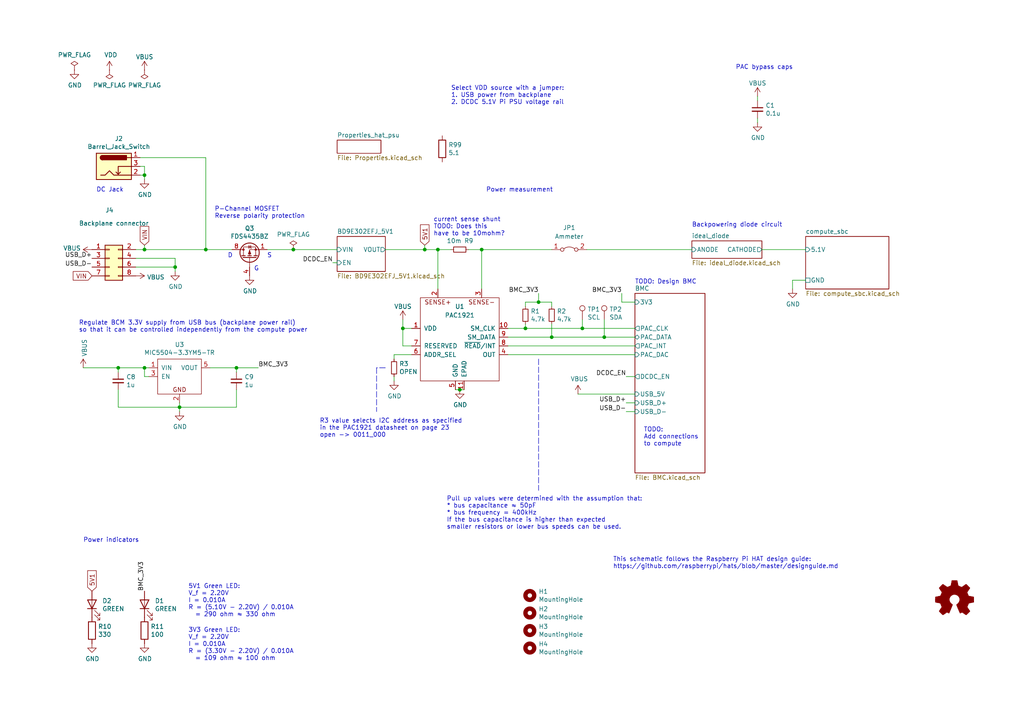
<source format=kicad_sch>
(kicad_sch (version 20211123) (generator eeschema)
  (paper "A4")
  (title_block (title "Compute unit HAT attachment") (date "2021-06-13") (rev "0.1.1") (company "Racklet") (comment 1 "https://racklet.io") (comment 2 "https://github.com/racklet/racklet") (comment 4 "Author: Verneri Hirvonen"))
  (lib_symbols
    (symbol "Connector:Barrel_Jack_Switch" (pin_names hide)
      (property "Reference" "J" (at 0 5.334 0))
      (property "Value" "Barrel_Jack_Switch" (at 0 -5.08 0))
      (symbol "Barrel_Jack_Switch_0_1"
        (rectangle (start -5.08 3.81) (end 5.08 -3.81) (stroke (width 0.254)) (fill (type background)))
        (arc (start -3.302 3.175) (mid -3.937 2.54) (end -3.302 1.905) (stroke (width 0.254)))
        (arc (start -3.302 3.175) (mid -3.937 2.54) (end -3.302 1.905) (stroke (width 0.254)) (fill (type outline)))
        (polyline (pts (xy 1.27 -2.286) (xy 1.905 -1.651)) (stroke (width 0.254)))
        (polyline (pts (xy 5.08 2.54) (xy 3.81 2.54)) (stroke (width 0.254)))
        (polyline (pts (xy 5.08 0) (xy 1.27 0) (xy 1.27 -2.286) (xy 0.635 -1.651)) (stroke (width 0.254)))
        (polyline (pts (xy -3.81 -2.54) (xy -2.54 -2.54) (xy -1.27 -1.27) (xy 0 -2.54) (xy 2.54 -2.54) (xy 5.08 -2.54)) (stroke (width 0.254)))
        (rectangle (start 3.683 3.175) (end -3.302 1.905) (stroke (width 0.254)) (fill (type outline)))
      )
      (symbol "Barrel_Jack_Switch_1_1"
        (pin passive line (at 7.62 2.54 180) (length 2.54) (name "~") (number "1"))
        (pin passive line (at 7.62 -2.54 180) (length 2.54) (name "~") (number "2"))
        (pin passive line (at 7.62 0 180) (length 2.54) (name "~") (number "3"))
      )
    )
    (symbol "Connector:TestPoint" (pin_numbers hide) (pin_names (offset 0.762) hide)
      (property "Reference" "TP" (at 0 6.858 0))
      (property "Value" "TestPoint" (at 0 5.08 0))
      (symbol "TestPoint_0_1"
        (circle (center 0 3.302) (radius 0.762))
      )
      (symbol "TestPoint_1_1"
        (pin passive line (at 0 0 90) (length 2.54) (name "1") (number "1"))
      )
    )
    (symbol "Connector_Generic:Conn_02x04_Odd_Even" (pin_names (offset 1.016) hide)
      (property "Reference" "J" (at 1.27 5.08 0))
      (property "Value" "Conn_02x04_Odd_Even" (at 1.27 -7.62 0))
      (symbol "Conn_02x04_Odd_Even_1_1"
        (rectangle (start -1.27 -4.953) (end 0 -5.207) (stroke (width 0.1524)))
        (rectangle (start -1.27 -2.413) (end 0 -2.667) (stroke (width 0.1524)))
        (rectangle (start -1.27 0.127) (end 0 -0.127) (stroke (width 0.1524)))
        (rectangle (start -1.27 2.667) (end 0 2.413) (stroke (width 0.1524)))
        (rectangle (start -1.27 3.81) (end 3.81 -6.35) (stroke (width 0.254)) (fill (type background)))
        (rectangle (start 3.81 -4.953) (end 2.54 -5.207) (stroke (width 0.1524)))
        (rectangle (start 3.81 -2.413) (end 2.54 -2.667) (stroke (width 0.1524)))
        (rectangle (start 3.81 0.127) (end 2.54 -0.127) (stroke (width 0.1524)))
        (rectangle (start 3.81 2.667) (end 2.54 2.413) (stroke (width 0.1524)))
        (pin passive line (at -5.08 2.54 0) (length 3.81) (name "Pin_1") (number "1"))
        (pin passive line (at 7.62 2.54 180) (length 3.81) (name "Pin_2") (number "2"))
        (pin passive line (at -5.08 0 0) (length 3.81) (name "Pin_3") (number "3"))
        (pin passive line (at 7.62 0 180) (length 3.81) (name "Pin_4") (number "4"))
        (pin passive line (at -5.08 -2.54 0) (length 3.81) (name "Pin_5") (number "5"))
        (pin passive line (at 7.62 -2.54 180) (length 3.81) (name "Pin_6") (number "6"))
        (pin passive line (at -5.08 -5.08 0) (length 3.81) (name "Pin_7") (number "7"))
        (pin passive line (at 7.62 -5.08 180) (length 3.81) (name "Pin_8") (number "8"))
      )
    )
    (symbol "Device:C_Small" (pin_numbers hide) (pin_names (offset 0.254) hide)
      (property "Reference" "C" (at 0.254 1.778 0))
      (property "Value" "C_Small" (at 0.254 -2.032 0))
      (symbol "C_Small_0_1"
        (polyline (pts (xy -1.524 -0.508) (xy 1.524 -0.508)) (stroke (width 0.3302)))
        (polyline (pts (xy -1.524 0.508) (xy 1.524 0.508)) (stroke (width 0.3048)))
      )
      (symbol "C_Small_1_1"
        (pin passive line (at 0 2.54 270) (length 2.032) (name "~") (number "1"))
        (pin passive line (at 0 -2.54 90) (length 2.032) (name "~") (number "2"))
      )
    )
    (symbol "Device:LED" (pin_numbers hide) (pin_names (offset 1.016) hide)
      (property "Reference" "D" (at 0 2.54 0))
      (property "Value" "LED" (at 0 -2.54 0))
      (symbol "LED_0_1"
        (polyline (pts (xy -1.27 -1.27) (xy -1.27 1.27)) (stroke (width 0.254)))
        (polyline (pts (xy -1.27 0) (xy 1.27 0)))
        (polyline (pts (xy 1.27 -1.27) (xy 1.27 1.27) (xy -1.27 0) (xy 1.27 -1.27)) (stroke (width 0.254)))
        (polyline (pts (xy -3.048 -0.762) (xy -4.572 -2.286) (xy -3.81 -2.286) (xy -4.572 -2.286) (xy -4.572 -1.524)))
        (polyline (pts (xy -1.778 -0.762) (xy -3.302 -2.286) (xy -2.54 -2.286) (xy -3.302 -2.286) (xy -3.302 -1.524)))
      )
      (symbol "LED_1_1"
        (pin passive line (at -3.81 0 0) (length 2.54) (name "K") (number "1"))
        (pin passive line (at 3.81 0 180) (length 2.54) (name "A") (number "2"))
      )
    )
    (symbol "Device:R" (pin_numbers hide) (pin_names (offset 0))
      (property "Reference" "R" (at 2.032 0 90))
      (property "Value" "R" (at 0 0 90))
      (symbol "R_0_1"
        (rectangle (start -1.016 -2.54) (end 1.016 2.54) (stroke (width 0.254)))
      )
      (symbol "R_1_1"
        (pin passive line (at 0 3.81 270) (length 1.27) (name "~") (number "1"))
        (pin passive line (at 0 -3.81 90) (length 1.27) (name "~") (number "2"))
      )
    )
    (symbol "Device:R_Small" (pin_numbers hide) (pin_names (offset 0.254) hide)
      (property "Reference" "R" (at 0.762 0.508 0))
      (property "Value" "R_Small" (at 0.762 -1.016 0))
      (symbol "R_Small_0_1"
        (rectangle (start -0.762 1.778) (end 0.762 -1.778) (stroke (width 0.2032)))
      )
      (symbol "R_Small_1_1"
        (pin passive line (at 0 2.54 270) (length 0.762) (name "~") (number "1"))
        (pin passive line (at 0 -2.54 90) (length 0.762) (name "~") (number "2"))
      )
    )
    (symbol "Graphic:Logo_Open_Hardware_Small" (pin_names (offset 1.016))
      (symbol "Logo_Open_Hardware_Small_0_1"
        (polyline (pts (xy 3.3528 -4.3434) (xy 3.302 -4.318) (xy 3.175 -4.2418) (xy 2.9972 -4.1148) (xy 2.7686 -3.9624) (xy 2.54 -3.81) (xy 2.3622 -3.7084) (xy 2.2352 -3.6068) (xy 2.1844 -3.5814) (xy 2.159 -3.6068) (xy 2.0574 -3.6576) (xy 1.905 -3.7338) (xy 1.8034 -3.7846) (xy 1.6764 -3.8354) (xy 1.6002 -3.8354) (xy 1.6002 -3.8354) (xy 1.5494 -3.7338) (xy 1.4732 -3.5306) (xy 1.3462 -3.302) (xy 1.2446 -3.0226) (xy 1.1176 -2.7178) (xy 0.9652 -2.413) (xy 0.8636 -2.1082) (xy 0.7366 -1.8288) (xy 0.6604 -1.6256) (xy 0.6096 -1.4732) (xy 0.5842 -1.397) (xy 0.5842 -1.397) (xy 0.6604 -1.3208) (xy 0.7874 -1.2446) (xy 1.0414 -1.016) (xy 1.2954 -0.6858) (xy 1.4478 -0.3302) (xy 1.524 0.0762) (xy 1.4732 0.4572) (xy 1.3208 0.8128) (xy 1.0668 1.143) (xy 0.762 1.3716) (xy 0.4064 1.524) (xy 0 1.5748) (xy -0.381 1.5494) (xy -0.7366 1.397) (xy -1.0668 1.143) (xy -1.2192 0.9906) (xy -1.397 0.6604) (xy -1.524 0.3048) (xy -1.524 0.2286) (xy -1.4986 -0.1778) (xy -1.397 -0.5334) (xy -1.1938 -0.8636) (xy -0.9144 -1.143) (xy -0.8636 -1.1684) (xy -0.7366 -1.27) (xy -0.635 -1.3462) (xy -0.5842 -1.397) (xy -1.0668 -2.5908) (xy -1.143 -2.794) (xy -1.2954 -3.1242) (xy -1.397 -3.4036) (xy -1.4986 -3.6322) (xy -1.5748 -3.7846) (xy -1.6002 -3.8354) (xy -1.6002 -3.8354) (xy -1.651 -3.8354) (xy -1.7272 -3.81) (xy -1.905 -3.7338) (xy -2.0066 -3.683) (xy -2.1336 -3.6068) (xy -2.2098 -3.5814) (xy -2.2606 -3.6068) (xy -2.3622 -3.683) (xy -2.54 -3.81) (xy -2.7686 -3.9624) (xy -2.9718 -4.0894) (xy -3.1496 -4.2164) (xy -3.302 -4.318) (xy -3.3528 -4.3434) (xy -3.3782 -4.3434) (xy -3.429 -4.318) (xy -3.5306 -4.2164) (xy -3.7084 -4.064) (xy -3.937 -3.8354) (xy -3.9624 -3.81) (xy -4.1656 -3.6068) (xy -4.318 -3.4544) (xy -4.4196 -3.3274) (xy -4.445 -3.2766) (xy -4.445 -3.2766) (xy -4.4196 -3.2258) (xy -4.318 -3.0734) (xy -4.2164 -2.8956) (xy -4.064 -2.667) (xy -3.6576 -2.0828) (xy -3.8862 -1.5494) (xy -3.937 -1.3716) (xy -4.0386 -1.1684) (xy -4.0894 -1.0414) (xy -4.1148 -0.9652) (xy -4.191 -0.9398) (xy -4.318 -0.9144) (xy -4.5466 -0.8636) (xy -4.8006 -0.8128) (xy -5.0546 -0.7874) (xy -5.2578 -0.7366) (xy -5.4356 -0.7112) (xy -5.5118 -0.6858) (xy -5.5118 -0.6858) (xy -5.5372 -0.635) (xy -5.5372 -0.5588) (xy -5.5372 -0.4318) (xy -5.5626 -0.2286) (xy -5.5626 0.0762) (xy -5.5626 0.127) (xy -5.5372 0.4064) (xy -5.5372 0.635) (xy -5.5372 0.762) (xy -5.5372 0.8382) (xy -5.5372 0.8382) (xy -5.461 0.8382) (xy -5.3086 0.889) (xy -5.08 0.9144) (xy -4.826 0.9652) (xy -4.8006 0.9906) (xy -4.5466 1.0414) (xy -4.318 1.0668) (xy -4.1656 1.1176) (xy -4.0894 1.143) (xy -4.0894 1.143) (xy -4.0386 1.2446) (xy -3.9624 1.4224) (xy -3.8608 1.6256) (xy -3.7846 1.8288) (xy -3.7084 2.0066) (xy -3.6576 2.159) (xy -3.6322 2.2098) (xy -3.6322 2.2098) (xy -3.683 2.286) (xy -3.7592 2.413) (xy -3.8862 2.5908) (xy -4.064 2.8194) (xy -4.064 2.8448) (xy -4.2164 3.0734) (xy -4.3434 3.2512) (xy -4.4196 3.3782) (xy -4.445 3.4544) (xy -4.445 3.4544) (xy -4.3942 3.5052) (xy -4.2926 3.6322) (xy -4.1148 3.81) (xy -3.937 4.0132) (xy -3.8608 4.064) (xy -3.6576 4.2926) (xy -3.5052 4.4196) (xy -3.4036 4.4958) (xy -3.3528 4.5212) (xy -3.3528 4.5212) (xy -3.302 4.4704) (xy -3.1496 4.3688) (xy -2.9718 4.2418) (xy -2.7432 4.0894) (xy -2.7178 4.0894) (xy -2.4892 3.937) (xy -2.3114 3.81) (xy -2.1844 3.7084) (xy -2.1336 3.683) (xy -2.1082 3.683) (xy -2.032 3.7084) (xy -1.8542 3.7592) (xy -1.6764 3.8354) (xy -1.4732 3.937) (xy -1.27 4.0132) (xy -1.143 4.064) (xy -1.0668 4.1148) (xy -1.0668 4.1148) (xy -1.0414 4.191) (xy -1.016 4.3434) (xy -0.9652 4.572) (xy -0.9144 4.8514) (xy -0.889 4.9022) (xy -0.8382 5.1562) (xy -0.8128 5.3848) (xy -0.7874 5.5372) (xy -0.762 5.588) (xy -0.7112 5.6134) (xy -0.5842 5.6134) (xy -0.4064 5.6134) (xy -0.1524 5.6134) (xy 0.0762 5.6134) (xy 0.3302 5.6134) (xy 0.5334 5.6134) (xy 0.6858 5.588) (xy 0.7366 5.588) (xy 0.7366 5.588) (xy 0.762 5.5118) (xy 0.8128 5.334) (xy 0.8382 5.1054) (xy 0.9144 4.826) (xy 0.9144 4.7752) (xy 0.9652 4.5212) (xy 1.016 4.2926) (xy 1.0414 4.1402) (xy 1.0668 4.0894) (xy 1.0668 4.0894) (xy 1.1938 4.0386) (xy 1.3716 3.9624) (xy 1.5748 3.8608) (xy 2.0828 3.6576) (xy 2.7178 4.0894) (xy 2.7686 4.1402) (xy 2.9972 4.2926) (xy 3.175 4.4196) (xy 3.302 4.4958) (xy 3.3782 4.5212) (xy 3.3782 4.5212) (xy 3.429 4.4704) (xy 3.556 4.3434) (xy 3.7338 4.191) (xy 3.9116 3.9878) (xy 4.064 3.8354) (xy 4.2418 3.6576) (xy 4.3434 3.556) (xy 4.4196 3.4798) (xy 4.4196 3.429) (xy 4.4196 3.4036) (xy 4.3942 3.3274) (xy 4.2926 3.2004) (xy 4.1656 2.9972) (xy 4.0132 2.794) (xy 3.8862 2.5908) (xy 3.7592 2.3876) (xy 3.6576 2.2352) (xy 3.6322 2.159) (xy 3.6322 2.1336) (xy 3.683 2.0066) (xy 3.7592 1.8288) (xy 3.8608 1.6002) (xy 4.064 1.1176) (xy 4.3942 1.0414) (xy 4.5974 1.016) (xy 4.8768 0.9652) (xy 5.1308 0.9144) (xy 5.5372 0.8382) (xy 5.5626 -0.6604) (xy 5.4864 -0.6858) (xy 5.4356 -0.6858) (xy 5.2832 -0.7366) (xy 5.0546 -0.762) (xy 4.8006 -0.8128) (xy 4.5974 -0.8636) (xy 4.3688 -0.9144) (xy 4.2164 -0.9398) (xy 4.1402 -0.9398) (xy 4.1148 -0.9652) (xy 4.064 -1.0668) (xy 3.9878 -1.2446) (xy 3.9116 -1.4478) (xy 3.81 -1.651) (xy 3.7338 -1.8542) (xy 3.683 -2.0066) (xy 3.6576 -2.0828) (xy 3.683 -2.1336) (xy 3.7846 -2.2606) (xy 3.8862 -2.4638) (xy 4.0386 -2.667) (xy 4.191 -2.8956) (xy 4.318 -3.0734) (xy 4.3942 -3.2004) (xy 4.445 -3.2766) (xy 4.4196 -3.3274) (xy 4.3434 -3.429) (xy 4.1656 -3.5814) (xy 3.937 -3.8354) (xy 3.8862 -3.8608) (xy 3.683 -4.064) (xy 3.5306 -4.2164) (xy 3.4036 -4.318) (xy 3.3528 -4.3434)) (fill (type outline)))
      )
    )
    (symbol "Jumper:Jumper_2_Bridged" (pin_names (offset 0) hide)
      (property "Reference" "JP" (at 0 1.905 0))
      (property "Value" "Jumper_2_Bridged" (at 0 -2.54 0))
      (symbol "Jumper_2_Bridged_0_0"
        (circle (center -2.032 0) (radius 0.508))
        (circle (center 2.032 0) (radius 0.508))
      )
      (symbol "Jumper_2_Bridged_0_1"
        (arc (start 1.524 0.254) (mid 0 0.762) (end -1.524 0.254))
      )
      (symbol "Jumper_2_Bridged_1_1"
        (pin passive line (at -5.08 0 0) (length 2.54) (name "A") (number "1"))
        (pin passive line (at 5.08 0 180) (length 2.54) (name "B") (number "2"))
      )
    )
    (symbol "Mechanical:MountingHole" (pin_names (offset 1.016))
      (property "Reference" "H" (at 0 5.08 0))
      (property "Value" "MountingHole" (at 0 3.175 0))
      (symbol "MountingHole_0_1"
        (circle (center 0 0) (radius 1.27) (stroke (width 1.27)))
      )
    )
    (symbol "Transistor_FET:FDS9435A" (pin_names hide)
      (property "Reference" "Q" (at 5.08 1.905 0))
      (property "Value" "FDS9435A" (at 5.08 0 0))
      (symbol "FDS9435A_0_1"
        (polyline (pts (xy 0.254 0) (xy -2.54 0)))
        (polyline (pts (xy 0.254 1.905) (xy 0.254 -1.905)) (stroke (width 0.254)))
        (polyline (pts (xy 0.762 -1.27) (xy 0.762 -2.286)) (stroke (width 0.254)))
        (polyline (pts (xy 0.762 0.508) (xy 0.762 -0.508)) (stroke (width 0.254)))
        (polyline (pts (xy 0.762 2.286) (xy 0.762 1.27)) (stroke (width 0.254)))
        (polyline (pts (xy 2.54 2.54) (xy 2.54 1.778)))
        (polyline (pts (xy 2.54 -2.54) (xy 2.54 0) (xy 0.762 0)))
        (polyline (pts (xy 0.762 1.778) (xy 3.302 1.778) (xy 3.302 -1.778) (xy 0.762 -1.778)))
        (polyline (pts (xy 2.286 0) (xy 1.27 0.381) (xy 1.27 -0.381) (xy 2.286 0)) (fill (type outline)))
        (polyline (pts (xy 2.794 -0.508) (xy 2.921 -0.381) (xy 3.683 -0.381) (xy 3.81 -0.254)))
        (polyline (pts (xy 3.302 -0.381) (xy 2.921 0.254) (xy 3.683 0.254) (xy 3.302 -0.381)))
        (circle (center 1.651 0) (radius 2.794) (stroke (width 0.254)))
        (circle (center 2.54 -1.778) (radius 0.254) (fill (type outline)))
        (circle (center 2.54 1.778) (radius 0.254) (fill (type outline)))
      )
      (symbol "FDS9435A_1_1"
        (pin passive line (at 2.54 -5.08 90) (length 2.54) (name "S") (number "1"))
        (pin passive line (at 2.54 -5.08 90) (length 2.54) hide (name "S") (number "2"))
        (pin passive line (at 2.54 -5.08 90) (length 2.54) hide (name "S") (number "3"))
        (pin passive line (at -5.08 0 0) (length 2.54) (name "G") (number "4"))
        (pin passive line (at 2.54 5.08 270) (length 2.54) hide (name "D") (number "5"))
        (pin passive line (at 2.54 5.08 270) (length 2.54) hide (name "D") (number "6"))
        (pin passive line (at 2.54 5.08 270) (length 2.54) hide (name "D") (number "7"))
        (pin passive line (at 2.54 5.08 270) (length 2.54) (name "D") (number "8"))
      )
    )
    (symbol "power:GND" (power) (pin_names (offset 0))
      (property "Value" "GND" (at 0 -3.81 0))
      (symbol "GND_0_1"
        (polyline (pts (xy 0 0) (xy 0 -1.27) (xy 1.27 -1.27) (xy 0 -2.54) (xy -1.27 -1.27) (xy 0 -1.27)))
      )
      (symbol "GND_1_1"
        (pin power_in line (at 0 0 270) (length 0) hide (name "GND") (number "1"))
      )
    )
    (symbol "power:PWR_FLAG" (power) (pin_numbers hide) (pin_names (offset 0) hide)
      (property "Value" "PWR_FLAG" (at 0 3.81 0))
      (symbol "PWR_FLAG_0_0"
        (pin power_out line (at 0 0 90) (length 0) (name "pwr") (number "1"))
      )
      (symbol "PWR_FLAG_0_1"
        (polyline (pts (xy 0 0) (xy 0 1.27) (xy -1.016 1.905) (xy 0 2.54) (xy 1.016 1.905) (xy 0 1.27)))
      )
    )
    (symbol "power:VBUS" (power) (pin_names (offset 0))
      (property "Value" "VBUS" (at 0 3.81 0))
      (symbol "VBUS_0_1"
        (polyline (pts (xy -0.762 1.27) (xy 0 2.54)))
        (polyline (pts (xy 0 0) (xy 0 2.54)))
        (polyline (pts (xy 0 2.54) (xy 0.762 1.27)))
      )
      (symbol "VBUS_1_1"
        (pin power_in line (at 0 0 90) (length 0) hide (name "VBUS") (number "1"))
      )
    )
    (symbol "power:VDD" (power) (pin_names (offset 0))
      (property "Value" "VDD" (at 0 3.81 0))
      (symbol "VDD_0_1"
        (polyline (pts (xy -0.762 1.27) (xy 0 2.54)))
        (polyline (pts (xy 0 0) (xy 0 2.54)))
        (polyline (pts (xy 0 2.54) (xy 0.762 1.27)))
      )
      (symbol "VDD_1_1"
        (pin power_in line (at 0 0 90) (length 0) hide (name "VDD") (number "1"))
      )
    )
    (symbol "racklet:MIC5504-3.3YM5-TR" (pin_names (offset 1.016))
      (property "Reference" "U" (at 0 8.89 0))
      (property "Value" "MIC5504-3.3YM5-TR" (at 0 6.35 0))
      (symbol "MIC5504-3.3YM5-TR_0_0"
        (rectangle (start -6.35 5.08) (end 6.35 -5.08))
        (text "GND" (at 0 -3.81 0) (effects (font (size 1.27 1.27))))
      )
      (symbol "MIC5504-3.3YM5-TR_1_1"
        (pin power_in line (at -8.89 2.54 0) (length 2.54) (name "VIN") (number "1"))
        (pin power_in line (at 0 -7.62 90) (length 2.54) (name "~") (number "2"))
        (pin input line (at -8.89 0 0) (length 2.54) (name "EN") (number "3"))
        (pin no_connect line (at 8.89 0 180) (length 2.54) hide (name "NC") (number "4"))
        (pin power_out line (at 8.89 2.54 180) (length 2.54) (name "VOUT") (number "5"))
      )
    )
    (symbol "racklet:PAC1921" (pin_names (offset 1.016))
      (property "Reference" "U" (at 7.62 22.86 0))
      (property "Value" "PAC1921" (at 0 7.62 0))
      (symbol "PAC1921_0_0"
        (text "SENSE+" (at -6.35 11.43 0) (effects (font (size 1.27 1.27))))
        (text "SENSE-" (at 6.35 11.43 0) (effects (font (size 1.27 1.27))))
      )
      (symbol "PAC1921_0_1"
        (rectangle (start -11.43 12.7) (end 11.43 -11.43))
      )
      (symbol "PAC1921_1_1"
        (pin power_in line (at -13.97 3.81 0) (length 2.54) (name "VDD") (number "1"))
        (pin passive line (at 13.97 3.81 180) (length 2.54) (name "SM_CLK") (number "10"))
        (pin passive line (at 1.27 -13.97 90) (length 2.54) (name "EPAD") (number "11"))
        (pin passive line (at -6.35 15.24 270) (length 2.54) (name "~") (number "2"))
        (pin passive line (at 6.35 15.24 270) (length 2.54) (name "~") (number "3"))
        (pin output line (at 13.97 -3.81 180) (length 2.54) (name "OUT") (number "4"))
        (pin power_in line (at -1.27 -13.97 90) (length 2.54) (name "GND") (number "5"))
        (pin passive line (at -13.97 -3.81 0) (length 2.54) (name "ADDR_SEL") (number "6"))
        (pin passive line (at -13.97 -1.27 0) (length 2.54) (name "RESERVED") (number "7"))
        (pin input line (at 13.97 -1.27 180) (length 2.54) (name "~{READ}/INT") (number "8"))
        (pin passive line (at 13.97 1.27 180) (length 2.54) (name "SM_DATA") (number "9"))
      )
    )
  )
  (junction (at 41.91 106.68))
  (junction (at 116.84 95.25))
  (junction (at 52.07 118.11))
  (junction (at 127 72.39))
  (junction (at 139.7 72.39))
  (junction (at 123.19 72.39))
  (junction (at 156.21 87.63))
  (junction (at 133.35 113.03))
  (junction (at 59.69 72.39))
  (junction (at 175.26 97.79))
  (junction (at 85.09 72.39))
  (junction (at 50.8 77.47))
  (junction (at 168.91 95.25))
  (junction (at 68.58 106.68))
  (junction (at 41.91 50.8))
  (junction (at 41.91 72.39))
  (junction (at 160.02 97.79))
  (junction (at 34.29 106.68))
  (junction (at 152.4 95.25))
  (wire (pts (xy 41.91 109.22) (xy 41.91 106.68)))
  (wire (pts (xy 97.79 72.39) (xy 85.09 72.39)))
  (wire (pts (xy 39.37 72.39) (xy 41.91 72.39)))
  (wire (pts (xy 168.91 92.71) (xy 168.91 95.25)))
  (wire (pts (xy 41.91 106.68) (xy 43.18 106.68)))
  (wire (pts (xy 34.29 106.68) (xy 24.13 106.68)))
  (wire (pts (xy 127 72.39) (xy 130.81 72.39)))
  (wire (pts (xy 147.32 100.33) (xy 184.15 100.33)))
  (wire (pts (xy 147.32 97.79) (xy 160.02 97.79)))
  (wire (pts (xy 219.71 29.21) (xy 219.71 27.94)))
  (wire (pts (xy 184.15 87.63) (xy 180.34 87.63)))
  (wire (pts (xy 220.98 72.39) (xy 233.68 72.39)))
  (wire (pts (xy 40.64 50.8) (xy 41.91 50.8)))
  (wire (pts (xy 68.58 107.95) (xy 68.58 106.68)))
  (wire (pts (xy 77.47 72.39) (xy 85.09 72.39)))
  (wire (pts (xy 50.8 77.47) (xy 50.8 78.74)))
  (wire (pts (xy 41.91 71.12) (xy 41.91 72.39)))
  (wire (pts (xy 96.52 76.2) (xy 97.79 76.2)))
  (wire (pts (xy 114.3 104.14) (xy 114.3 102.87)))
  (wire (pts (xy 123.19 72.39) (xy 127 72.39)))
  (wire (pts (xy 127 72.39) (xy 127 83.82)))
  (wire (pts (xy 111.76 72.39) (xy 123.19 72.39)))
  (wire (pts (xy 52.07 118.11) (xy 52.07 116.84)))
  (wire (pts (xy 60.96 106.68) (xy 68.58 106.68)))
  (wire (pts (xy 181.61 119.38) (xy 184.15 119.38)))
  (wire (pts (xy 52.07 118.11) (xy 34.29 118.11)))
  (wire (pts (xy 123.19 71.12) (xy 123.19 72.39)))
  (wire (pts (xy 168.91 95.25) (xy 184.15 95.25)))
  (wire (pts (xy 43.18 109.22) (xy 41.91 109.22)))
  (wire (pts (xy 184.15 109.22) (xy 181.61 109.22)))
  (wire (pts (xy 41.91 50.8) (xy 41.91 52.07)))
  (wire (pts (xy 52.07 119.38) (xy 52.07 118.11)))
  (polyline (pts (xy 109.22 106.68) (xy 109.22 119.38)))
  (wire (pts (xy 50.8 74.93) (xy 39.37 74.93)))
  (polyline (pts (xy 156.21 104.14) (xy 156.21 142.24)))
  (wire (pts (xy 41.91 106.68) (xy 34.29 106.68)))
  (wire (pts (xy 180.34 87.63) (xy 180.34 85.09)))
  (wire (pts (xy 175.26 97.79) (xy 184.15 97.79)))
  (wire (pts (xy 175.26 92.71) (xy 175.26 97.79)))
  (wire (pts (xy 119.38 95.25) (xy 116.84 95.25)))
  (wire (pts (xy 59.69 45.72) (xy 40.64 45.72)))
  (wire (pts (xy 160.02 93.98) (xy 160.02 97.79)))
  (wire (pts (xy 41.91 72.39) (xy 59.69 72.39)))
  (polyline (pts (xy 111.76 106.68) (xy 109.22 106.68)))
  (wire (pts (xy 152.4 87.63) (xy 152.4 88.9)))
  (wire (pts (xy 68.58 113.03) (xy 68.58 118.11)))
  (wire (pts (xy 116.84 100.33) (xy 116.84 95.25)))
  (wire (pts (xy 139.7 83.82) (xy 139.7 72.39)))
  (wire (pts (xy 132.08 113.03) (xy 133.35 113.03)))
  (wire (pts (xy 200.66 72.39) (xy 170.18 72.39)))
  (wire (pts (xy 116.84 95.25) (xy 116.84 92.71)))
  (wire (pts (xy 229.87 81.28) (xy 229.87 83.82)))
  (wire (pts (xy 67.31 72.39) (xy 59.69 72.39)))
  (wire (pts (xy 184.15 102.87) (xy 147.32 102.87)))
  (wire (pts (xy 59.69 45.72) (xy 59.69 72.39)))
  (wire (pts (xy 50.8 77.47) (xy 50.8 74.93)))
  (wire (pts (xy 68.58 118.11) (xy 52.07 118.11)))
  (wire (pts (xy 39.37 77.47) (xy 50.8 77.47)))
  (wire (pts (xy 152.4 95.25) (xy 147.32 95.25)))
  (wire (pts (xy 139.7 72.39) (xy 160.02 72.39)))
  (wire (pts (xy 40.64 48.26) (xy 41.91 48.26)))
  (wire (pts (xy 181.61 116.84) (xy 184.15 116.84)))
  (wire (pts (xy 152.4 95.25) (xy 168.91 95.25)))
  (wire (pts (xy 160.02 88.9) (xy 160.02 87.63)))
  (wire (pts (xy 119.38 100.33) (xy 116.84 100.33)))
  (wire (pts (xy 41.91 48.26) (xy 41.91 50.8)))
  (wire (pts (xy 156.21 87.63) (xy 156.21 85.09)))
  (wire (pts (xy 114.3 102.87) (xy 119.38 102.87)))
  (wire (pts (xy 167.64 114.3) (xy 184.15 114.3)))
  (wire (pts (xy 34.29 118.11) (xy 34.29 113.03)))
  (wire (pts (xy 233.68 81.28) (xy 229.87 81.28)))
  (wire (pts (xy 156.21 87.63) (xy 152.4 87.63)))
  (wire (pts (xy 160.02 87.63) (xy 156.21 87.63)))
  (wire (pts (xy 114.3 110.49) (xy 114.3 109.22)))
  (wire (pts (xy 68.58 106.68) (xy 74.93 106.68)))
  (wire (pts (xy 160.02 97.79) (xy 175.26 97.79)))
  (wire (pts (xy 219.71 35.56) (xy 219.71 34.29)))
  (wire (pts (xy 34.29 107.95) (xy 34.29 106.68)))
  (wire (pts (xy 133.35 113.03) (xy 134.62 113.03)))
  (wire (pts (xy 139.7 72.39) (xy 135.89 72.39)))
  (wire (pts (xy 152.4 93.98) (xy 152.4 95.25)))
  (text "P-Channel MOSFET\nReverse polarity protection" (at 62.23 63.5 0) (effects (font (size 1.27 1.27)) (justify left bottom)))
  (text "Backpowering diode circuit" (at 200.66 66.04 0) (effects (font (size 1.27 1.27)) (justify left bottom)))
  (text "3V3 Green LED:\nV_f = 2.20V\nI = 0.010A\nR = (3.30V - 2.20V) / 0.010A\n  = 109 ohm ≈ 100 ohm" (at 54.61 191.77 0) (effects (font (size 1.27 1.27)) (justify left bottom)))
  (text "D" (at 66.04 74.93 0) (effects (font (size 1.27 1.27)) (justify left bottom)))
  (text "DC Jack" (at 27.94 55.88 0) (effects (font (size 1.27 1.27)) (justify left bottom)))
  (text "5V1 Green LED:\nV_f = 2.20V\nI = 0.010A\nR = (5.10V - 2.20V) / 0.010A\n  = 290 ohm ≈ 330 ohm" (at 54.61 179.07 0) (effects (font (size 1.27 1.27)) (justify left bottom)))
  (text "TODO: Design BMC" (at 184.15 82.55 0) (effects (font (size 1.27 1.27)) (justify left bottom)))
  (text "current sense shunt\nTODO: Does this\nhave to be 10mohm?" (at 125.73 68.58 0) (effects (font (size 1.27 1.27)) (justify left bottom)))
  (text "Pull up values were determined with the assumption that:\n* bus capacitance ≈ 50pF\n* bus frequency = 400kHz\nIf the bus capacitance is higher than expected\nsmaller resistors or lower bus speeds can be used." (at 129.54 153.67 0) (effects (font (size 1.27 1.27)) (justify left bottom)))
  (text "S" (at 77.47 74.93 0) (effects (font (size 1.27 1.27)) (justify left bottom)))
  (text "R3 value selects I2C address as specified\nin the PAC1921 datasheet on page 23\nopen -> 0011_000" (at 92.71 127 0) (effects (font (size 1.27 1.27)) (justify left bottom)))
  (text "This schematic follows the Raspberry Pi HAT design guide:\nhttps://github.com/raspberrypi/hats/blob/master/designguide.md" (at 177.8 165.1 0) (effects (font (size 1.27 1.27)) (justify left bottom)))
  (text "Power measurement" (at 140.97 55.88 0) (effects (font (size 1.27 1.27)) (justify left bottom)))
  (text "Power indicators" (at 24.13 157.48 0) (effects (font (size 1.27 1.27)) (justify left bottom)))
  (text "PAC bypass caps" (at 213.36 20.32 0) (effects (font (size 1.27 1.27)) (justify left bottom)))
  (text "G" (at 73.66 78.74 0) (effects (font (size 1.27 1.27)) (justify left bottom)))
  (text "TODO:\nAdd connections\nto compute" (at 186.69 129.54 0) (effects (font (size 1.27 1.27)) (justify left bottom)))
  (text "Select VDD source with a jumper:\n1. USB power from backplane\n2. DCDC 5.1V Pi PSU voltage rail" (at 130.81 30.48 0) (effects (font (size 1.27 1.27)) (justify left bottom)))
  (text "Regulate BCM 3.3V supply from USB bus (backplane power rail)\nso that it can be controlled independently from the compute power" (at 22.86 96.52 0) (effects (font (size 1.27 1.27)) (justify left bottom)))
  (label "BMC_3V3" (at 74.93 106.68 0))
  (label "BMC_3V3" (at 156.21 85.09 180))
  (label "DCDC_EN" (at 96.52 76.2 180))
  (label "USB_D-" (at 26.67 77.47 180))
  (label "BMC_3V3" (at 180.34 85.09 180))
  (label "USB_D+" (at 26.67 74.93 180))
  (label "BMC_3V3" (at 41.91 171.45 90))
  (label "DCDC_EN" (at 181.61 109.22 180))
  (label "USB_D+" (at 181.61 116.84 180))
  (label "USB_D-" (at 181.61 119.38 180))
  (global_label "5V1" (shape input) (at 123.19 71.12 90) (property "Intersheet References" "${INTERSHEET_REFS}" (effects hide)))
  (global_label "VIN" (shape input) (at 41.91 71.12 90) (property "Intersheet References" "${INTERSHEET_REFS}" (effects hide)))
  (global_label "VIN" (shape input) (at 26.67 80.01 180) (property "Intersheet References" "${INTERSHEET_REFS}" (effects hide)))
  (global_label "5V1" (shape input) (at 26.67 171.45 90) (property "Intersheet References" "${INTERSHEET_REFS}" (effects hide)))
  (symbol (lib_id "Connector:Barrel_Jack_Switch") (at 33.02 48.26 0) (unit 1)
    (property "Reference" "J2" (at 34.4678 40.2082 0))
    (property "Value" "Barrel_Jack_Switch" (at 34.4678 42.5196 0))
    (property "Footprint" "Connector_BarrelJack:BarrelJack_Wuerth_6941xx301002" (effects hide))
  )
  (symbol (lib_id "power:GND") (at 41.91 52.07 0) (unit 1)
    (property "Reference" "#PWR0110" (effects hide))
    (property "Value" "GND" (at 42.037 56.4642 0))
  )
  (symbol (lib_id "power:GND") (at 21.59 20.32 0) (unit 1)
    (property "Reference" "#PWR0111" (effects hide))
    (property "Value" "GND" (at 21.717 24.7142 0))
  )
  (symbol (lib_id "power:PWR_FLAG") (at 21.59 20.32 0) (unit 1)
    (property "Reference" "#FLG0103" (effects hide))
    (property "Value" "PWR_FLAG" (at 21.59 15.9258 0))
  )
  (symbol (lib_id "Mechanical:MountingHole") (at 153.67 182.88 0) (unit 1)
    (property "Reference" "H3" (at 156.21 181.7116 0) (effects (justify left)))
    (property "Value" "MountingHole" (at 156.21 184.023 0) (effects (justify left)))
    (property "Footprint" "MountingHole:MountingHole_2.7mm_M2.5" (effects hide))
  )
  (symbol (lib_id "Mechanical:MountingHole") (at 153.67 177.8 0) (unit 1)
    (property "Reference" "H2" (at 156.21 176.6316 0) (effects (justify left)))
    (property "Value" "MountingHole" (at 156.21 178.943 0) (effects (justify left)))
    (property "Footprint" "MountingHole:MountingHole_2.7mm_M2.5" (effects hide))
  )
  (symbol (lib_id "Mechanical:MountingHole") (at 153.67 172.72 0) (unit 1)
    (property "Reference" "H1" (at 156.21 171.5516 0) (effects (justify left)))
    (property "Value" "MountingHole" (at 156.21 173.863 0) (effects (justify left)))
    (property "Footprint" "MountingHole:MountingHole_2.7mm_M2.5" (effects hide))
  )
  (symbol (lib_id "Mechanical:MountingHole") (at 153.67 187.96 0) (unit 1)
    (property "Reference" "H4" (at 156.21 186.7916 0) (effects (justify left)))
    (property "Value" "MountingHole" (at 156.21 189.103 0) (effects (justify left)))
    (property "Footprint" "MountingHole:MountingHole_2.7mm_M2.5" (effects hide))
  )
  (symbol (lib_id "Connector_Generic:Conn_02x04_Odd_Even") (at 31.75 74.93 0) (unit 1)
    (property "Reference" "J4" (at 31.75 60.96 0))
    (property "Value" "Backplane connector" (at 33.02 64.77 0))
    (property "Footprint" "Connector_PinHeader_2.54mm:PinHeader_2x04_P2.54mm_Horizontal" (effects hide))
  )
  (symbol (lib_id "Device:LED") (at 26.67 175.26 90) (unit 1)
    (property "Reference" "D2" (at 29.6672 174.2694 90) (effects (justify right)))
    (property "Value" "GREEN" (at 29.6672 176.5808 90) (effects (justify right)))
    (property "Footprint" "LED_SMD:LED_0805_2012Metric" (effects hide))
  )
  (symbol (lib_id "Device:R") (at 26.67 182.88 0) (unit 1)
    (property "Reference" "R10" (at 28.448 181.7116 0) (effects (justify left)))
    (property "Value" "330" (at 28.448 184.023 0) (effects (justify left)))
    (property "Footprint" "Resistor_SMD:R_0805_2012Metric" (effects hide))
  )
  (symbol (lib_id "power:GND") (at 26.67 186.69 0) (unit 1)
    (property "Reference" "#PWR012" (effects hide))
    (property "Value" "GND" (at 26.797 191.0842 0))
  )
  (symbol (lib_id "Device:R_Small") (at 133.35 72.39 270) (unit 1)
    (property "Reference" "R9" (at 134.62 69.85 90) (effects (justify left)))
    (property "Value" "10m" (at 129.54 69.85 90) (effects (justify left)))
    (property "Footprint" "Resistor_SMD:R_0603_1608Metric" (effects hide))
  )
  (symbol (lib_id "Graphic:Logo_Open_Hardware_Small") (at 276.86 173.99 0) (unit 1)
    (property "Reference" "#LOGO1" (effects hide))
    (property "Value" "Logo_Open_Hardware_Small" (effects hide))
  )
  (symbol (lib_id "Device:R_Small") (at 152.4 91.44 0) (unit 1)
    (property "Reference" "R1" (at 153.8986 90.2716 0) (effects (justify left)))
    (property "Value" "4.7k" (at 153.8986 92.583 0) (effects (justify left)))
    (property "Footprint" "Resistor_SMD:R_0603_1608Metric" (effects hide))
  )
  (symbol (lib_id "Device:R_Small") (at 160.02 91.44 0) (unit 1)
    (property "Reference" "R2" (at 161.5186 90.2716 0) (effects (justify left)))
    (property "Value" "4.7k" (at 161.5186 92.583 0) (effects (justify left)))
    (property "Footprint" "Resistor_SMD:R_0603_1608Metric" (effects hide))
  )
  (symbol (lib_id "Connector:TestPoint") (at 175.26 92.71 0) (unit 1)
    (property "Reference" "TP2" (at 176.7332 89.7128 0) (effects (justify left)))
    (property "Value" "SDA" (at 176.7332 92.0242 0) (effects (justify left)))
    (property "Footprint" "TestPoint:TestPoint_Pad_D1.5mm" (effects hide))
  )
  (symbol (lib_id "Connector:TestPoint") (at 168.91 92.71 0) (unit 1)
    (property "Reference" "TP1" (at 170.3832 89.7128 0) (effects (justify left)))
    (property "Value" "SCL" (at 170.3832 92.0242 0) (effects (justify left)))
    (property "Footprint" "TestPoint:TestPoint_Pad_D1.5mm" (effects hide))
  )
  (symbol (lib_id "power:GND") (at 229.87 83.82 0) (unit 1)
    (property "Reference" "#PWR05" (effects hide))
    (property "Value" "GND" (at 229.997 88.2142 0))
  )
  (symbol (lib_id "power:GND") (at 219.71 35.56 0) (unit 1)
    (property "Reference" "#PWR017" (effects hide))
    (property "Value" "GND" (at 219.837 39.9542 0))
  )
  (symbol (lib_id "Device:C_Small") (at 219.71 31.75 0) (unit 1)
    (property "Reference" "C1" (at 222.0468 30.5816 0) (effects (justify left)))
    (property "Value" "0.1u" (at 222.0468 32.893 0) (effects (justify left)))
    (property "Footprint" "Capacitor_SMD:C_0603_1608Metric" (effects hide))
  )
  (symbol (lib_id "power:GND") (at 72.39 80.01 0) (unit 1)
    (property "Reference" "#PWR0101" (effects hide))
    (property "Value" "GND" (at 72.517 84.4042 0))
  )
  (symbol (lib_id "Transistor_FET:FDS9435A") (at 72.39 74.93 90) (unit 1)
    (property "Reference" "Q3" (at 72.39 66.2432 90))
    (property "Value" "FDS4435BZ" (at 72.39 68.5546 90))
    (property "Footprint" "Package_SO:SOIC-8_3.9x4.9mm_P1.27mm" (effects hide))
    (property "Datasheet" "https://rocelec.widen.net/view/pdf/rwygqx6rjd/FAIRS27615-1.pdf?t.download=true&u=5oefqw" (effects hide))
  )
  (symbol (lib_id "racklet:PAC1921") (at 133.35 99.06 0) (unit 1)
    (property "Reference" "U1" (at 133.35 88.9 0))
    (property "Value" "PAC1921" (at 133.35 91.44 0))
    (property "Footprint" "Package_DFN_QFN:DFN-10-1EP_3x3mm_P0.5mm_EP1.55x2.48mm" (effects hide))
    (property "Datasheet" "https://ww1.microchip.com/downloads/en/DeviceDoc/PAC1921-Data-Sheet-DS20005293E.pdf" (effects hide))
  )
  (symbol (lib_id "power:GND") (at 133.35 113.03 0) (unit 1)
    (property "Reference" "#PWR013" (effects hide))
    (property "Value" "GND" (at 133.477 117.4242 0))
  )
  (symbol (lib_id "Device:R_Small") (at 114.3 106.68 0) (unit 1)
    (property "Reference" "R3" (at 115.7986 105.5116 0) (effects (justify left)))
    (property "Value" "OPEN" (at 115.7986 107.823 0) (effects (justify left)))
    (property "Footprint" "Resistor_SMD:R_0603_1608Metric" (effects hide))
  )
  (symbol (lib_id "power:GND") (at 114.3 110.49 0) (unit 1)
    (property "Reference" "#PWR03" (effects hide))
    (property "Value" "GND" (at 114.427 114.8842 0))
  )
  (symbol (lib_id "power:VBUS") (at 167.64 114.3 0) (unit 1)
    (property "Reference" "#PWR0104" (effects hide))
    (property "Value" "VBUS" (at 168.021 109.9058 0))
  )
  (symbol (lib_id "power:VBUS") (at 26.67 72.39 90) (unit 1)
    (property "Reference" "#PWR0105" (effects hide))
    (property "Value" "VBUS" (at 23.4442 72.009 90) (effects (justify left)))
  )
  (symbol (lib_id "power:VBUS") (at 39.37 80.01 270) (unit 1)
    (property "Reference" "#PWR0106" (effects hide))
    (property "Value" "VBUS" (at 42.6212 80.391 90) (effects (justify left)))
  )
  (symbol (lib_id "power:GND") (at 50.8 78.74 0) (unit 1)
    (property "Reference" "#PWR0107" (effects hide))
    (property "Value" "GND" (at 50.927 83.1342 0))
  )
  (symbol (lib_id "power:PWR_FLAG") (at 85.09 72.39 0) (unit 1)
    (property "Reference" "#FLG0102" (effects hide))
    (property "Value" "PWR_FLAG" (at 85.09 67.9958 0))
  )
  (symbol (lib_id "power:VDD") (at 31.75 20.32 0) (unit 1)
    (property "Reference" "#PWR0102" (effects hide))
    (property "Value" "VDD" (at 32.131 15.9258 0))
  )
  (symbol (lib_id "power:PWR_FLAG") (at 31.75 20.32 180) (unit 1)
    (property "Reference" "#FLG0101" (effects hide))
    (property "Value" "PWR_FLAG" (at 31.75 24.7142 0))
  )
  (symbol (lib_id "racklet:MIC5504-3.3YM5-TR") (at 52.07 109.22 0) (unit 1)
    (property "Reference" "U3" (at 52.07 99.949 0))
    (property "Value" "MIC5504-3.3YM5-TR" (at 52.07 102.2604 0))
    (property "Footprint" "Package_TO_SOT_SMD:SOT-23-5_HandSoldering" (effects hide))
    (property "Datasheet" "https://ww1.microchip.com/downloads/en/DeviceDoc/MIC5501-02-03-04-300mA-Single-Output-LDO-in-Small-Packages-DS20006006B.pdf" (effects hide))
  )
  (symbol (lib_id "Device:C_Small") (at 68.58 110.49 0) (unit 1)
    (property "Reference" "C9" (at 70.9168 109.3216 0) (effects (justify left)))
    (property "Value" "1u" (at 70.9168 111.633 0) (effects (justify left)))
    (property "Footprint" "Capacitor_SMD:C_0603_1608Metric" (effects hide))
  )
  (symbol (lib_id "Device:C_Small") (at 34.29 110.49 0) (unit 1)
    (property "Reference" "C8" (at 36.6268 109.3216 0) (effects (justify left)))
    (property "Value" "1u" (at 36.6268 111.633 0) (effects (justify left)))
    (property "Footprint" "Capacitor_SMD:C_0603_1608Metric" (effects hide))
  )
  (symbol (lib_id "power:GND") (at 52.07 119.38 0) (unit 1)
    (property "Reference" "#PWR018" (effects hide))
    (property "Value" "GND" (at 52.197 123.7742 0))
  )
  (symbol (lib_id "power:VBUS") (at 24.13 106.68 0) (unit 1)
    (property "Reference" "#PWR014" (effects hide))
    (property "Value" "VBUS" (at 24.511 103.4542 90) (effects (justify left)))
  )
  (symbol (lib_id "power:VBUS") (at 116.84 92.71 0) (unit 1)
    (property "Reference" "#PWR0108" (effects hide))
    (property "Value" "VBUS" (at 114.3 88.9 0) (effects (justify left)))
  )
  (symbol (lib_id "power:VBUS") (at 41.91 20.32 0) (unit 1)
    (property "Reference" "#PWR011" (effects hide))
    (property "Value" "VBUS" (at 39.37 16.51 0) (effects (justify left)))
  )
  (symbol (lib_id "power:PWR_FLAG") (at 41.91 20.32 180) (unit 1)
    (property "Reference" "#FLG01" (effects hide))
    (property "Value" "PWR_FLAG" (at 41.91 24.7142 0))
  )
  (symbol (lib_id "power:GND") (at 41.91 186.69 0) (unit 1)
    (property "Reference" "#PWR022" (effects hide))
    (property "Value" "GND" (at 42.037 191.0842 0))
  )
  (symbol (lib_id "Device:R") (at 41.91 182.88 0) (unit 1)
    (property "Reference" "R11" (at 43.688 181.7116 0) (effects (justify left)))
    (property "Value" "100" (at 43.688 184.023 0) (effects (justify left)))
    (property "Footprint" "Resistor_SMD:R_0805_2012Metric" (effects hide))
  )
  (symbol (lib_id "Device:LED") (at 41.91 175.26 90) (unit 1)
    (property "Reference" "D1" (at 44.9072 174.2694 90) (effects (justify right)))
    (property "Value" "GREEN" (at 44.9072 176.5808 90) (effects (justify right)))
    (property "Footprint" "LED_SMD:LED_0805_2012Metric" (effects hide))
  )
  (symbol (lib_id "power:VBUS") (at 219.71 27.94 0) (unit 1)
    (property "Reference" "#PWR016" (effects hide))
    (property "Value" "VBUS" (at 217.17 24.13 0) (effects (justify left)))
  )
  (symbol (lib_id "Device:R") (at 128.27 43.18 0) (unit 1)
    (property "Reference" "R99" (at 130.048 42.0116 0) (effects (justify left)))
    (property "Value" "5.1" (at 130.048 44.323 0) (effects (justify left)))
    (property "Footprint" "Resistor_SMD:R_0603_1608Metric" (effects hide))
    (property "Value_expr" "Properties.Globals.TargetVoltage" (effects hide))
  )
  (symbol (lib_id "Jumper:Jumper_2_Bridged") (at 165.1 72.39 0) (unit 1)
    (property "Reference" "JP1" (at 165.1 66.04 0))
    (property "Value" "Ammeter" (at 165.1 68.58 0))
  )
  (sheet (at 97.79 68.58) (size 13.97 10.16)
    (property "Sheet name" "BD9E302EFJ_5V1" (at 97.79 67.8684 0) (effects (justify left bottom)))
    (property "Sheet file" "BD9E302EFJ_5V1.kicad_sch" (at 97.79 79.3246 0) (effects (justify left top)))
    (pin "VOUT" output (at 111.76 72.39 0))
    (pin "VIN" input (at 97.79 72.39 180))
    (pin "EN" input (at 97.79 76.2 180))
  )
  (sheet (at 200.66 69.85) (size 20.32 5.08)
    (property "Sheet name" "ideal_diode" (at 200.66 69.1384 0) (effects (justify left bottom)))
    (property "Sheet file" "ideal_diode.kicad_sch" (at 200.66 75.5146 0) (effects (justify left top)))
    (pin "CATHODE" output (at 220.98 72.39 0))
    (pin "ANODE" input (at 200.66 72.39 180))
  )
  (sheet (at 184.15 85.09) (size 20.32 52.07)
    (property "Sheet name" "BMC" (at 184.15 84.3784 0) (effects (justify left bottom)))
    (property "Sheet file" "BMC.kicad_sch" (at 184.15 137.7446 0) (effects (justify left top)))
    (pin "PAC_CLK" output (at 184.15 95.25 180))
    (pin "PAC_DATA" bidirectional (at 184.15 97.79 180))
    (pin "PAC_INT" output (at 184.15 100.33 180))
    (pin "DCDC_EN" output (at 184.15 109.22 180))
    (pin "PAC_DAC" input (at 184.15 102.87 180))
    (pin "USB_D-" input (at 184.15 119.38 180))
    (pin "USB_D+" input (at 184.15 116.84 180))
    (pin "USB_5V" input (at 184.15 114.3 180))
    (pin "3V3" input (at 184.15 87.63 180))
  )
  (sheet (at 233.68 68.58) (size 24.13 15.24)
    (property "Sheet name" "compute_sbc" (at 233.68 67.8684 0) (effects (justify left bottom)))
    (property "Sheet file" "compute_sbc.kicad_sch" (at 233.68 84.4046 0) (effects (justify left top)))
    (pin "5.1V" input (at 233.68 72.39 180))
    (pin "GND" passive (at 233.68 81.28 180))
  )
  (sheet (at 97.79 40.64) (size 12.7 3.81)
    (property "Sheet name" "Properties_hat_psu" (at 97.79 39.9284 0) (effects (justify left bottom)))
    (property "Sheet file" "Properties.kicad_sch" (at 97.79 45.0346 0) (effects (justify left top)))
  )
)
</source>
